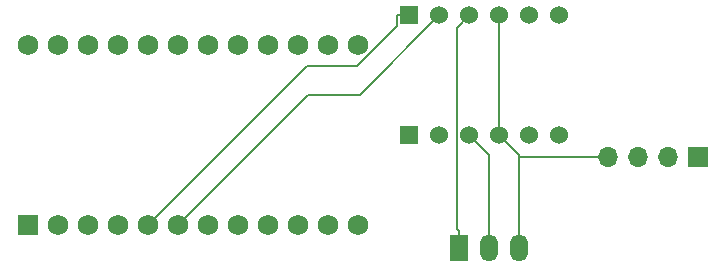
<source format=gbr>
%TF.GenerationSoftware,KiCad,Pcbnew,8.0.3*%
%TF.CreationDate,2024-07-14T23:37:16-05:00*%
%TF.ProjectId,3.3v Pro Micro Long,332e3376-2050-4726-9f20-4d6963726f20,rev?*%
%TF.SameCoordinates,Original*%
%TF.FileFunction,Copper,L2,Bot*%
%TF.FilePolarity,Positive*%
%FSLAX46Y46*%
G04 Gerber Fmt 4.6, Leading zero omitted, Abs format (unit mm)*
G04 Created by KiCad (PCBNEW 8.0.3) date 2024-07-14 23:37:16*
%MOMM*%
%LPD*%
G01*
G04 APERTURE LIST*
%TA.AperFunction,ComponentPad*%
%ADD10C,1.524000*%
%TD*%
%TA.AperFunction,ComponentPad*%
%ADD11R,1.524000X1.524000*%
%TD*%
%TA.AperFunction,ComponentPad*%
%ADD12R,1.700000X1.700000*%
%TD*%
%TA.AperFunction,ComponentPad*%
%ADD13O,1.700000X1.700000*%
%TD*%
%TA.AperFunction,ComponentPad*%
%ADD14R,1.752600X1.752600*%
%TD*%
%TA.AperFunction,ComponentPad*%
%ADD15C,1.752600*%
%TD*%
%TA.AperFunction,ComponentPad*%
%ADD16R,1.500000X2.300000*%
%TD*%
%TA.AperFunction,ComponentPad*%
%ADD17O,1.500000X2.300000*%
%TD*%
%TA.AperFunction,Conductor*%
%ADD18C,0.200000*%
%TD*%
G04 APERTURE END LIST*
D10*
%TO.P,U3,GND_1,GND*%
%TO.N,Net-(J1-Pin_4)*%
X168460000Y-81500000D03*
%TO.P,U3,GND_2,GND*%
X168460000Y-91660000D03*
%TO.P,U3,HV,HV*%
%TO.N,Net-(U2-VCC)*%
X165920000Y-81500000D03*
D11*
%TO.P,U3,HV1,HV1*%
%TO.N,Net-(U2-SDA)*%
X160840000Y-81500000D03*
D10*
%TO.P,U3,HV2,HV2*%
%TO.N,Net-(U2-SCL)*%
X163380000Y-81500000D03*
%TO.P,U3,HV3,HV3*%
%TO.N,unconnected-(U3-PadHV3)*%
X171000000Y-81500000D03*
%TO.P,U3,HV4,HV4*%
%TO.N,unconnected-(U3-PadHV4)*%
X173540000Y-81500000D03*
%TO.P,U3,LV,LV*%
%TO.N,Net-(J1-Pin_3)*%
X165920000Y-91660000D03*
D11*
%TO.P,U3,LV1,LV1*%
%TO.N,Net-(J1-Pin_2)*%
X160840000Y-91660000D03*
D10*
%TO.P,U3,LV2,LV2*%
%TO.N,Net-(J1-Pin_1)*%
X163380000Y-91660000D03*
%TO.P,U3,LV3,LV3*%
%TO.N,unconnected-(U3-PadLV3)*%
X171000000Y-91660000D03*
%TO.P,U3,LV4,LV4*%
%TO.N,unconnected-(U3-PadLV4)*%
X173540000Y-91660000D03*
%TD*%
D12*
%TO.P,J1,1,Pin_1*%
%TO.N,Net-(J1-Pin_1)*%
X185300000Y-93500000D03*
D13*
%TO.P,J1,2,Pin_2*%
%TO.N,Net-(J1-Pin_2)*%
X182760000Y-93500000D03*
%TO.P,J1,3,Pin_3*%
%TO.N,Net-(J1-Pin_3)*%
X180220000Y-93500000D03*
%TO.P,J1,4,Pin_4*%
%TO.N,Net-(J1-Pin_4)*%
X177680000Y-93500000D03*
%TD*%
D14*
%TO.P,U2,1,TX*%
%TO.N,unconnected-(U2-TX-Pad1)*%
X128530000Y-99240000D03*
D15*
%TO.P,U2,2,RX*%
%TO.N,unconnected-(U2-RX-Pad2)*%
X131070000Y-99240000D03*
%TO.P,U2,3,GND*%
%TO.N,unconnected-(U2-GND-Pad3)*%
X133610000Y-99240000D03*
%TO.P,U2,4,GND*%
%TO.N,unconnected-(U2-GND-Pad4)*%
X136150000Y-99240000D03*
%TO.P,U2,5,SDA*%
%TO.N,Net-(U2-SDA)*%
X138690000Y-99240000D03*
%TO.P,U2,6,SCL*%
%TO.N,Net-(U2-SCL)*%
X141230000Y-99240000D03*
%TO.P,U2,7,D4*%
%TO.N,unconnected-(U2-D4-Pad7)*%
X143770000Y-99240000D03*
%TO.P,U2,8,C6*%
%TO.N,unconnected-(U2-C6-Pad8)*%
X146310000Y-99240000D03*
%TO.P,U2,9,D7*%
%TO.N,unconnected-(U2-D7-Pad9)*%
X148850000Y-99240000D03*
%TO.P,U2,10,E6*%
%TO.N,unconnected-(U2-E6-Pad10)*%
X151390000Y-99240000D03*
%TO.P,U2,11,B4*%
%TO.N,unconnected-(U2-B4-Pad11)*%
X153930000Y-99240000D03*
%TO.P,U2,12,B5*%
%TO.N,unconnected-(U2-B5-Pad12)*%
X156470000Y-99240000D03*
%TO.P,U2,13,B6*%
%TO.N,unconnected-(U2-B6-Pad13)*%
X156470000Y-84000000D03*
%TO.P,U2,14,B2*%
%TO.N,unconnected-(U2-B2-Pad14)*%
X153930000Y-84000000D03*
%TO.P,U2,15,B3*%
%TO.N,unconnected-(U2-B3-Pad15)*%
X151390000Y-84000000D03*
%TO.P,U2,16,B1*%
%TO.N,unconnected-(U2-B1-Pad16)*%
X148850000Y-84000000D03*
%TO.P,U2,17,F7*%
%TO.N,unconnected-(U2-F7-Pad17)*%
X146310000Y-84000000D03*
%TO.P,U2,18,F6*%
%TO.N,unconnected-(U2-F6-Pad18)*%
X143770000Y-84000000D03*
%TO.P,U2,19,F5*%
%TO.N,unconnected-(U2-F5-Pad19)*%
X141230000Y-84000000D03*
%TO.P,U2,20,F4*%
%TO.N,unconnected-(U2-F4-Pad20)*%
X138690000Y-84000000D03*
%TO.P,U2,21,VCC*%
%TO.N,Net-(U2-VCC)*%
X136150000Y-84000000D03*
%TO.P,U2,22,RST*%
%TO.N,unconnected-(U2-RST-Pad22)*%
X133610000Y-84000000D03*
%TO.P,U2,23,GND*%
%TO.N,Net-(J1-Pin_4)*%
X131070000Y-84000000D03*
%TO.P,U2,24,RAW*%
%TO.N,unconnected-(U2-RAW-Pad24)*%
X128530000Y-84000000D03*
%TD*%
D16*
%TO.P,U4,1,IN*%
%TO.N,Net-(U2-VCC)*%
X165053000Y-101207500D03*
D17*
%TO.P,U4,2,OUT*%
%TO.N,Net-(J1-Pin_3)*%
X167593000Y-101207500D03*
%TO.P,U4,3,GND*%
%TO.N,Net-(J1-Pin_4)*%
X170133000Y-101207500D03*
%TD*%
D18*
%TO.N,Net-(U2-SCL)*%
X156655200Y-88224800D02*
X163380000Y-81500000D01*
X152245200Y-88224800D02*
X156655200Y-88224800D01*
X141230000Y-99240000D02*
X152245200Y-88224800D01*
%TO.N,Net-(U2-VCC)*%
X164851500Y-82568500D02*
X165920000Y-81500000D01*
X164851500Y-99554300D02*
X164851500Y-82568500D01*
X165053000Y-99755800D02*
X164851500Y-99554300D01*
X165053000Y-101207500D02*
X165053000Y-99755800D01*
%TO.N,Net-(U2-SDA)*%
X159776300Y-82430700D02*
X159776300Y-81500000D01*
X156429400Y-85777600D02*
X159776300Y-82430700D01*
X152152400Y-85777600D02*
X156429400Y-85777600D01*
X138690000Y-99240000D02*
X152152400Y-85777600D01*
X160840000Y-81500000D02*
X159776300Y-81500000D01*
%TO.N,Net-(J1-Pin_4)*%
X177680000Y-93500000D02*
X170133000Y-93500000D01*
X170133000Y-101207500D02*
X170133000Y-93500000D01*
X170133000Y-93333000D02*
X168460000Y-91660000D01*
X170133000Y-93500000D02*
X170133000Y-93333000D01*
X168460000Y-91660000D02*
X168460000Y-81500000D01*
%TO.N,Net-(J1-Pin_3)*%
X167593000Y-93333000D02*
X165920000Y-91660000D01*
X167593000Y-101207500D02*
X167593000Y-93333000D01*
%TD*%
M02*

</source>
